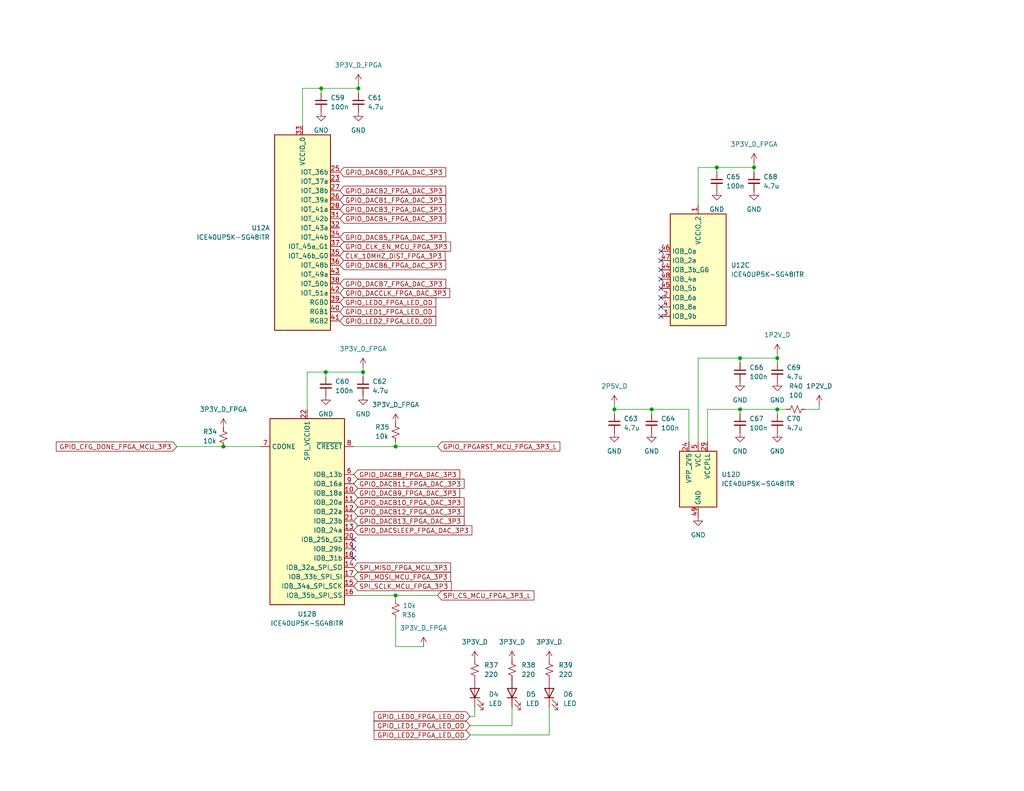
<source format=kicad_sch>
(kicad_sch (version 20231120) (generator "eeschema") (generator_version "8.0")
  (paper "A")
  (title_block (title "ARBITRARY WAVEFORM GENERATOR") (date "2024-09-11") (rev "0.0.1") (company "Tomasz Brzyzek"))
  (lib_symbols
    (symbol "Device:C_Small" (pin_numbers hide) (pin_names (offset 0.254) hide)
      (property "Reference" "C" (at 0.254 1.778 0))
      (property "Value" "C_Small" (at 0.254 -2.032 0))
      (symbol "C_Small_0_1"
        (polyline (pts (xy -1.524 -0.508) (xy 1.524 -0.508)) (stroke (width 0.3302)))
        (polyline (pts (xy -1.524 0.508) (xy 1.524 0.508)) (stroke (width 0.3048)))
      )
      (symbol "C_Small_1_1"
        (pin passive line (at 0 2.54 270) (length 2.032) (name "~") (number "1"))
        (pin passive line (at 0 -2.54 90) (length 2.032) (name "~") (number "2"))
      )
    )
    (symbol "Device:LED" (pin_numbers hide) (pin_names (offset 1.016) hide)
      (property "Reference" "D" (at 0 2.54 0))
      (property "Value" "LED" (at 0 -2.54 0))
      (symbol "LED_0_1"
        (polyline (pts (xy -1.27 -1.27) (xy -1.27 1.27)) (stroke (width 0.254)))
        (polyline (pts (xy -1.27 0) (xy 1.27 0)))
        (polyline (pts (xy 1.27 -1.27) (xy 1.27 1.27) (xy -1.27 0) (xy 1.27 -1.27)) (stroke (width 0.254)))
        (polyline (pts (xy -3.048 -0.762) (xy -4.572 -2.286) (xy -3.81 -2.286) (xy -4.572 -2.286) (xy -4.572 -1.524)))
        (polyline (pts (xy -1.778 -0.762) (xy -3.302 -2.286) (xy -2.54 -2.286) (xy -3.302 -2.286) (xy -3.302 -1.524)))
      )
      (symbol "LED_1_1"
        (pin passive line (at -3.81 0 0) (length 2.54) (name "K") (number "1"))
        (pin passive line (at 3.81 0 180) (length 2.54) (name "A") (number "2"))
      )
    )
    (symbol "Device:R_Small_US" (pin_numbers hide) (pin_names (offset 0.254) hide)
      (property "Reference" "R" (at 0.762 0.508 0))
      (property "Value" "R_Small_US" (at 0.762 -1.016 0))
      (symbol "R_Small_US_1_1"
        (polyline (pts (xy 0 0) (xy 1.016 -0.381) (xy 0 -0.762) (xy -1.016 -1.143) (xy 0 -1.524)))
        (polyline (pts (xy 0 1.524) (xy 1.016 1.143) (xy 0 0.762) (xy -1.016 0.381) (xy 0 0)))
        (pin passive line (at 0 2.54 270) (length 1.016) (name "~") (number "1"))
        (pin passive line (at 0 -2.54 90) (length 1.016) (name "~") (number "2"))
      )
    )
    (symbol "FPGA_Lattice:ICE40UP5K-SG48ITR"
      (property "Reference" "U" (at -8.89 -29.21 0))
      (property "Value" "ICE40UP5K-SG48ITR" (at 0 -31.75 0))
      (symbol "ICE40UP5K-SG48ITR_1_1"
        (rectangle (start -7.62 25.4) (end 7.62 -27.94) (stroke (width 0.254)) (fill (type background)))
        (pin bidirectional line (at -10.16 12.7 0) (length 2.54) (name "IOT_37a") (number "23"))
        (pin bidirectional line (at -10.16 15.24 0) (length 2.54) (name "IOT_36b") (number "25"))
        (pin bidirectional line (at -10.16 7.62 0) (length 2.54) (name "IOT_39a") (number "26"))
        (pin bidirectional line (at -10.16 10.16 0) (length 2.54) (name "IOT_38b") (number "27"))
        (pin bidirectional line (at -10.16 5.08 0) (length 2.54) (name "IOT_41a") (number "28"))
        (pin bidirectional line (at -10.16 2.54 0) (length 2.54) (name "IOT_42b") (number "31"))
        (pin bidirectional line (at -10.16 0 0) (length 2.54) (name "IOT_43a") (number "32"))
        (pin power_in line (at 0 27.94 270) (length 2.54) (name "VCCIO_0") (number "33"))
        (pin bidirectional line (at -10.16 -2.54 0) (length 2.54) (name "IOT_44b") (number "34"))
        (pin bidirectional line (at -10.16 -7.62 0) (length 2.54) (name "IOT_46b_G0") (number "35"))
        (pin bidirectional line (at -10.16 -10.16 0) (length 2.54) (name "IOT_48b") (number "36"))
        (pin bidirectional line (at -10.16 -5.08 0) (length 2.54) (name "IOT_45a_G1") (number "37"))
        (pin bidirectional line (at -10.16 -15.24 0) (length 2.54) (name "IOT_50b") (number "38"))
        (pin open_collector line (at -10.16 -20.32 0) (length 2.54) (name "RGB0") (number "39"))
        (pin open_collector line (at -10.16 -22.86 0) (length 2.54) (name "RGB1") (number "40"))
        (pin open_collector line (at -10.16 -25.4 0) (length 2.54) (name "RGB2") (number "41"))
        (pin bidirectional line (at -10.16 -17.78 0) (length 2.54) (name "IOT_51a") (number "42"))
        (pin bidirectional line (at -10.16 -12.7 0) (length 2.54) (name "IOT_49a") (number "43"))
      )
      (symbol "ICE40UP5K-SG48ITR_2_1"
        (rectangle (start -10.16 25.4) (end 10.16 -25.4) (stroke (width 0.254)) (fill (type background)))
        (pin bidirectional line (at -12.7 5.08 0) (length 2.54) (name "IOB_18a") (number "10"))
        (pin bidirectional line (at -12.7 2.54 0) (length 2.54) (name "IOB_20a") (number "11"))
        (pin bidirectional line (at -12.7 0 0) (length 2.54) (name "IOB_22a") (number "12"))
        (pin bidirectional line (at -12.7 -5.08 0) (length 2.54) (name "IOB_24a") (number "13"))
        (pin bidirectional line (at -12.7 -15.24 0) (length 2.54) (name "IOB_32a_SPI_SO") (number "14"))
        (pin bidirectional line (at -12.7 -20.32 0) (length 2.54) (name "IOB_34a_SPI_SCK") (number "15"))
        (pin bidirectional line (at -12.7 -22.86 0) (length 2.54) (name "IOB_35b_SPI_SS") (number "16"))
        (pin bidirectional line (at -12.7 -17.78 0) (length 2.54) (name "IOB_33b_SPI_SI") (number "17"))
        (pin bidirectional line (at -12.7 -12.7 0) (length 2.54) (name "IOB_31b") (number "18"))
        (pin bidirectional line (at -12.7 -10.16 0) (length 2.54) (name "IOB_29b") (number "19"))
        (pin bidirectional line (at -12.7 -7.62 0) (length 2.54) (name "IOB_25b_G3") (number "20"))
        (pin bidirectional line (at -12.7 -2.54 0) (length 2.54) (name "IOB_23b") (number "21"))
        (pin power_in line (at 0 27.94 270) (length 2.54) (name "SPI_VCCIO1") (number "22"))
        (pin bidirectional line (at -12.7 10.16 0) (length 2.54) (name "IOB_13b") (number "6"))
        (pin open_collector line (at 12.7 17.78 180) (length 2.54) (name "CDONE") (number "7"))
        (pin input line (at -12.7 17.78 0) (length 2.54) (name "~{CRESET}") (number "8"))
        (pin bidirectional line (at -12.7 7.62 0) (length 2.54) (name "IOB_16a") (number "9"))
      )
      (symbol "ICE40UP5K-SG48ITR_3_1"
        (rectangle (start -7.62 15.24) (end 7.62 -15.24) (stroke (width 0.254)) (fill (type background)))
        (pin power_in line (at 0 17.78 270) (length 2.54) (name "VCCIO_2") (number "1"))
        (pin bidirectional line (at -10.16 -7.62 0) (length 2.54) (name "IOB_6a") (number "2"))
        (pin bidirectional line (at -10.16 -12.7 0) (length 2.54) (name "IOB_9b") (number "3"))
        (pin bidirectional line (at -10.16 -10.16 0) (length 2.54) (name "IOB_8a") (number "4"))
        (pin bidirectional line (at -10.16 0 0) (length 2.54) (name "IOB_3b_G6") (number "44"))
        (pin bidirectional line (at -10.16 -5.08 0) (length 2.54) (name "IOB_5b") (number "45"))
        (pin bidirectional line (at -10.16 5.08 0) (length 2.54) (name "IOB_0a") (number "46"))
        (pin bidirectional line (at -10.16 2.54 0) (length 2.54) (name "IOB_2a") (number "47"))
        (pin bidirectional line (at -10.16 -2.54 0) (length 2.54) (name "IOB_4a") (number "48"))
      )
      (symbol "ICE40UP5K-SG48ITR_4_1"
        (rectangle (start -5.08 7.62) (end 5.08 -7.62) (stroke (width 0.254)) (fill (type background)))
        (pin power_in line (at -2.54 10.16 270) (length 2.54) (name "VPP_2V5") (number "24"))
        (pin power_out line (at 2.54 10.16 270) (length 2.54) (name "VCCPLL") (number "29"))
        (pin passive line (at 0 10.16 270) (length 2.54) hide (name "VCC") (number "30"))
        (pin power_in line (at 0 -10.16 90) (length 2.54) (name "GND") (number "49"))
        (pin power_in line (at 0 10.16 270) (length 2.54) (name "VCC") (number "5"))
      )
    )
    (symbol "power:+1V2" (power) (pin_numbers hide) (pin_names (offset 0) hide)
      (property "Value" "+1V2" (at 0 3.556 0))
      (symbol "+1V2_0_1"
        (polyline (pts (xy -0.762 1.27) (xy 0 2.54)))
        (polyline (pts (xy 0 0) (xy 0 2.54)))
        (polyline (pts (xy 0 2.54) (xy 0.762 1.27)))
      )
      (symbol "+1V2_1_1"
        (pin power_in line (at 0 0 90) (length 0) (name "~") (number "1"))
      )
    )
    (symbol "power:+2V5" (power) (pin_numbers hide) (pin_names (offset 0) hide)
      (property "Value" "+2V5" (at 0 3.556 0))
      (symbol "+2V5_0_1"
        (polyline (pts (xy -0.762 1.27) (xy 0 2.54)))
        (polyline (pts (xy 0 0) (xy 0 2.54)))
        (polyline (pts (xy 0 2.54) (xy 0.762 1.27)))
      )
      (symbol "+2V5_1_1"
        (pin power_in line (at 0 0 90) (length 0) (name "~") (number "1"))
      )
    )
    (symbol "power:+3V3" (power) (pin_numbers hide) (pin_names (offset 0) hide)
      (property "Value" "+3V3" (at 0 3.556 0))
      (symbol "+3V3_0_1"
        (polyline (pts (xy -0.762 1.27) (xy 0 2.54)))
        (polyline (pts (xy 0 0) (xy 0 2.54)))
        (polyline (pts (xy 0 2.54) (xy 0.762 1.27)))
      )
      (symbol "+3V3_1_1"
        (pin power_in line (at 0 0 90) (length 0) (name "~") (number "1"))
      )
    )
    (symbol "power:GND" (power) (pin_numbers hide) (pin_names (offset 0) hide)
      (property "Value" "GND" (at 0 -3.81 0))
      (symbol "GND_0_1"
        (polyline (pts (xy 0 0) (xy 0 -1.27) (xy 1.27 -1.27) (xy 0 -2.54) (xy -1.27 -1.27) (xy 0 -1.27)))
      )
      (symbol "GND_1_1"
        (pin power_in line (at 0 0 270) (length 0) (name "~") (number "1"))
      )
    )
  )
  (junction (at 195.58 45.72))
  (junction (at 88.9 101.6))
  (junction (at 177.8 111.76))
  (junction (at 107.95 162.56))
  (junction (at 167.64 111.76))
  (junction (at 107.95 121.92))
  (junction (at 212.09 97.79))
  (junction (at 212.09 111.76))
  (junction (at 201.93 97.79))
  (junction (at 97.79 24.13))
  (junction (at 205.74 45.72))
  (junction (at 60.96 121.92))
  (junction (at 99.06 101.6))
  (junction (at 87.63 24.13))
  (junction (at 201.93 111.76))
  (no_connect (at 96.52 147.32))
  (no_connect (at 180.34 71.12))
  (no_connect (at 180.34 86.36))
  (no_connect (at 96.52 152.4))
  (no_connect (at 180.34 83.82))
  (no_connect (at 180.34 68.58))
  (no_connect (at 180.34 76.2))
  (no_connect (at 96.52 149.86))
  (no_connect (at 180.34 73.66))
  (no_connect (at 180.34 78.74))
  (no_connect (at 180.34 81.28))
  (wire (pts (xy 129.54 195.58) (xy 129.54 193.04)))
  (wire (pts (xy 167.64 111.76) (xy 177.8 111.76)))
  (wire (pts (xy 212.09 111.76) (xy 212.09 113.03)))
  (wire (pts (xy 201.93 111.76) (xy 201.93 113.03)))
  (wire (pts (xy 212.09 97.79) (xy 212.09 99.06)))
  (wire (pts (xy 107.95 120.65) (xy 107.95 121.92)))
  (wire (pts (xy 187.96 111.76) (xy 177.8 111.76)))
  (wire (pts (xy 187.96 111.76) (xy 187.96 120.65)))
  (wire (pts (xy 128.27 200.66) (xy 149.86 200.66)))
  (wire (pts (xy 223.52 110.49) (xy 223.52 111.76)))
  (wire (pts (xy 99.06 101.6) (xy 99.06 102.87)))
  (wire (pts (xy 107.95 162.56) (xy 119.38 162.56)))
  (wire (pts (xy 201.93 97.79) (xy 201.93 99.06)))
  (wire (pts (xy 190.5 97.79) (xy 201.93 97.79)))
  (wire (pts (xy 205.74 44.45) (xy 205.74 45.72)))
  (wire (pts (xy 201.93 111.76) (xy 193.04 111.76)))
  (wire (pts (xy 97.79 22.86) (xy 97.79 24.13)))
  (wire (pts (xy 128.27 195.58) (xy 129.54 195.58)))
  (wire (pts (xy 214.63 111.76) (xy 212.09 111.76)))
  (wire (pts (xy 212.09 96.52) (xy 212.09 97.79)))
  (wire (pts (xy 82.55 24.13) (xy 82.55 34.29)))
  (wire (pts (xy 195.58 46.99) (xy 195.58 45.72)))
  (wire (pts (xy 107.95 162.56) (xy 107.95 163.83)))
  (wire (pts (xy 88.9 101.6) (xy 83.82 101.6)))
  (wire (pts (xy 96.52 162.56) (xy 107.95 162.56)))
  (wire (pts (xy 205.74 45.72) (xy 205.74 46.99)))
  (wire (pts (xy 87.63 24.13) (xy 82.55 24.13)))
  (wire (pts (xy 195.58 45.72) (xy 205.74 45.72)))
  (wire (pts (xy 88.9 101.6) (xy 99.06 101.6)))
  (wire (pts (xy 177.8 111.76) (xy 177.8 113.03)))
  (wire (pts (xy 193.04 111.76) (xy 193.04 120.65)))
  (wire (pts (xy 87.63 24.13) (xy 97.79 24.13)))
  (wire (pts (xy 195.58 45.72) (xy 190.5 45.72)))
  (wire (pts (xy 167.64 110.49) (xy 167.64 111.76)))
  (wire (pts (xy 190.5 120.65) (xy 190.5 97.79)))
  (wire (pts (xy 115.57 176.53) (xy 107.95 176.53)))
  (wire (pts (xy 223.52 111.76) (xy 219.71 111.76)))
  (wire (pts (xy 60.96 121.92) (xy 71.12 121.92)))
  (wire (pts (xy 107.95 121.92) (xy 96.52 121.92)))
  (wire (pts (xy 83.82 101.6) (xy 83.82 111.76)))
  (wire (pts (xy 97.79 24.13) (xy 97.79 25.4)))
  (wire (pts (xy 128.27 198.12) (xy 139.7 198.12)))
  (wire (pts (xy 139.7 198.12) (xy 139.7 193.04)))
  (wire (pts (xy 212.09 97.79) (xy 201.93 97.79)))
  (wire (pts (xy 87.63 25.4) (xy 87.63 24.13)))
  (wire (pts (xy 167.64 111.76) (xy 167.64 113.03)))
  (wire (pts (xy 99.06 100.33) (xy 99.06 101.6)))
  (wire (pts (xy 190.5 45.72) (xy 190.5 55.88)))
  (wire (pts (xy 149.86 193.04) (xy 149.86 200.66)))
  (wire (pts (xy 212.09 111.76) (xy 201.93 111.76)))
  (wire (pts (xy 48.26 121.92) (xy 60.96 121.92)))
  (wire (pts (xy 107.95 176.53) (xy 107.95 168.91)))
  (wire (pts (xy 107.95 121.92) (xy 119.38 121.92)))
  (wire (pts (xy 88.9 102.87) (xy 88.9 101.6)))
  (global_label "GPIO_LED1_FPGA_LED_OD" (shape input) (at 128.27 198.12 180) (property "Intersheetrefs" "${INTERSHEET_REFS}" (effects (hide yes))))
  (global_label "GPIO_CLK_EN_MCU_FPGA_3P3" (shape input) (at 92.71 67.31 0) (property "Intersheetrefs" "${INTERSHEET_REFS}" (effects (hide yes))))
  (global_label "SPI_MISO_FPGA_MCU_3P3" (shape input) (at 96.52 154.94 0) (property "Intersheetrefs" "${INTERSHEET_REFS}" (effects (hide yes))))
  (global_label "GPIO_DACB5_FPGA_DAC_3P3" (shape input) (at 92.71 64.77 0) (property "Intersheetrefs" "${INTERSHEET_REFS}" (effects (hide yes))))
  (global_label "GPIO_DACB8_FPGA_DAC_3P3" (shape input) (at 96.52 129.54 0) (property "Intersheetrefs" "${INTERSHEET_REFS}" (effects (hide yes))))
  (global_label "GPIO_FPGARST_MCU_FPGA_3P3_L" (shape input) (at 119.38 121.92 0) (property "Intersheetrefs" "${INTERSHEET_REFS}" (effects (hide yes))))
  (global_label "GPIO_LED2_FPGA_LED_OD" (shape input) (at 128.27 200.66 180) (property "Intersheetrefs" "${INTERSHEET_REFS}" (effects (hide yes))))
  (global_label "GPIO_DACB3_FPGA_DAC_3P3" (shape input) (at 92.71 57.15 0) (property "Intersheetrefs" "${INTERSHEET_REFS}" (effects (hide yes))))
  (global_label "GPIO_DACB12_FPGA_DAC_3P3" (shape input) (at 96.52 139.7 0) (property "Intersheetrefs" "${INTERSHEET_REFS}" (effects (hide yes))))
  (global_label "GPIO_DACB13_FPGA_DAC_3P3" (shape input) (at 96.52 142.24 0) (property "Intersheetrefs" "${INTERSHEET_REFS}" (effects (hide yes))))
  (global_label "GPIO_LED2_FPGA_LED_OD" (shape input) (at 92.71 87.63 0) (property "Intersheetrefs" "${INTERSHEET_REFS}" (effects (hide yes))))
  (global_label "GPIO_DACB11_FPGA_DAC_3P3" (shape input) (at 96.52 132.08 0) (property "Intersheetrefs" "${INTERSHEET_REFS}" (effects (hide yes))))
  (global_label "CLK_10MHZ_DIST_FPGA_3P3" (shape input) (at 92.71 69.85 0) (property "Intersheetrefs" "${INTERSHEET_REFS}" (effects (hide yes))))
  (global_label "GPIO_DACB1_FPGA_DAC_3P3" (shape input) (at 92.71 54.61 0) (property "Intersheetrefs" "${INTERSHEET_REFS}" (effects (hide yes))))
  (global_label "GPIO_LED1_FPGA_LED_OD" (shape input) (at 92.71 85.09 0) (property "Intersheetrefs" "${INTERSHEET_REFS}" (effects (hide yes))))
  (global_label "GPIO_DACSLEEP_FPGA_DAC_3P3" (shape input) (at 96.52 144.78 0) (property "Intersheetrefs" "${INTERSHEET_REFS}" (effects (hide yes))))
  (global_label "SPI_MOSI_MCU_FPGA_3P3" (shape input) (at 96.52 157.48 0) (property "Intersheetrefs" "${INTERSHEET_REFS}" (effects (hide yes))))
  (global_label "GPIO_DACB0_FPGA_DAC_3P3" (shape input) (at 92.71 46.99 0) (property "Intersheetrefs" "${INTERSHEET_REFS}" (effects (hide yes))))
  (global_label "SPI_CS_MCU_FPGA_3P3_L" (shape input) (at 119.38 162.56 0) (property "Intersheetrefs" "${INTERSHEET_REFS}" (effects (hide yes))))
  (global_label "GPIO_DACB9_FPGA_DAC_3P3" (shape input) (at 96.52 134.62 0) (property "Intersheetrefs" "${INTERSHEET_REFS}" (effects (hide yes))))
  (global_label "GPIO_DACB10_FPGA_DAC_3P3" (shape input) (at 96.52 137.16 0) (property "Intersheetrefs" "${INTERSHEET_REFS}" (effects (hide yes))))
  (global_label "GPIO_CFG_DONE_FPGA_MCU_3P3" (shape input) (at 48.26 121.92 180) (property "Intersheetrefs" "${INTERSHEET_REFS}" (effects (hide yes))))
  (global_label "SPI_SCLK_MCU_FPGA_3P3" (shape input) (at 96.52 160.02 0) (property "Intersheetrefs" "${INTERSHEET_REFS}" (effects (hide yes))))
  (global_label "GPIO_DACB2_FPGA_DAC_3P3" (shape input) (at 92.71 52.07 0) (property "Intersheetrefs" "${INTERSHEET_REFS}" (effects (hide yes))))
  (global_label "GPIO_LED0_FPGA_LED_OD" (shape input) (at 128.27 195.58 180) (property "Intersheetrefs" "${INTERSHEET_REFS}" (effects (hide yes))))
  (global_label "GPIO_DACB6_FPGA_DAC_3P3" (shape input) (at 92.71 72.39 0) (property "Intersheetrefs" "${INTERSHEET_REFS}" (effects (hide yes))))
  (global_label "GPIO_LED0_FPGA_LED_OD" (shape input) (at 92.71 82.55 0) (property "Intersheetrefs" "${INTERSHEET_REFS}" (effects (hide yes))))
  (global_label "GPIO_DACB4_FPGA_DAC_3P3" (shape input) (at 92.71 59.69 0) (property "Intersheetrefs" "${INTERSHEET_REFS}" (effects (hide yes))))
  (global_label "GPIO_DACCLK_FPGA_DAC_3P3" (shape input) (at 92.71 80.01 0) (property "Intersheetrefs" "${INTERSHEET_REFS}" (effects (hide yes))))
  (global_label "GPIO_DACB7_FPGA_DAC_3P3" (shape input) (at 92.71 77.47 0) (property "Intersheetrefs" "${INTERSHEET_REFS}" (effects (hide yes))))
  (symbol (lib_id "Device:C_Small") (at 177.8 115.57 0) (unit 1)
    (property "Reference" "C64" (at 180.34 114.3062 0) (effects (justify left)))
    (property "Value" "100n" (at 180.34 116.8462 0) (effects (justify left)))
    (property "Footprint" "Capacitor_SMD:C_0603_1608Metric" (effects (hide yes)))
    (property "Description" "Unpolarized capacitor, small symbol" (effects (hide yes)))
    (property "LCSC" "C24452" (effects (hide yes)))
    (property "Part Number" "CL10B104JB8NNNC" (effects (hide yes)))
  )
  (symbol (lib_id "Device:C_Small") (at 212.09 101.6 0) (unit 1)
    (property "Reference" "C69" (at 214.63 100.3362 0) (effects (justify left)))
    (property "Value" "4.7u" (at 214.63 102.8762 0) (effects (justify left)))
    (property "Footprint" "Capacitor_SMD:C_0603_1608Metric" (effects (hide yes)))
    (property "Description" "Unpolarized capacitor, small symbol" (effects (hide yes)))
    (property "LCSC" "C1705" (effects (hide yes)))
    (property "Part Number" "CL10A475KP8NNNC" (effects (hide yes)))
  )
  (symbol (lib_id "power:GND") (at 190.5 140.97 0) (unit 1)
    (property "Reference" "#PWR0157" (effects (hide yes)))
    (property "Value" "GND" (at 190.5 146.05 0))
    (property "Description" "Power symbol creates a global label with name \"GND\" , ground" (effects (hide yes)))
  )
  (symbol (lib_id "Device:R_Small_US") (at 60.96 119.38 180) (unit 1)
    (property "Reference" "R34" (at 55.372 117.856 0) (effects (justify right)))
    (property "Value" "10k" (at 55.372 120.396 0) (effects (justify right)))
    (property "Footprint" "Resistor_SMD:R_0603_1608Metric" (effects (hide yes)))
    (property "Description" "Resistor, small US symbol" (effects (hide yes)))
    (property "Part Number" "0603WAF1002T5E" (effects (hide yes)))
    (property "LCSC" "C25804" (effects (hide yes)))
  )
  (symbol (lib_id "FPGA_Lattice:ICE40UP5K-SG48ITR") (at 82.55 62.23 0) (mirror y) (unit 1)
    (property "Reference" "U12" (at 73.66 62.2299 0) (effects (justify left)))
    (property "Value" "ICE40UP5K-SG48ITR" (at 73.66 64.7699 0) (effects (justify left)))
    (property "Footprint" "Package_DFN_QFN:QFN-48-1EP_7x7mm_P0.5mm_EP5.6x5.6mm" (effects (hide yes)))
    (property "Datasheet" "http://www.latticesemi.com/Products/FPGAandCPLD/iCE40Ultra" (effects (hide yes)))
    (property "Description" "iCE40 UltraPlus FPGA, 5280 LUTs, 1.2V, 48-pin QFN" (effects (hide yes)))
    (property "LCSC" " C2678152" (effects (hide yes)))
    (property "Part Number" "ICE40UP5K-SG48I" (effects (hide yes)))
  )
  (symbol (lib_id "FPGA_Lattice:ICE40UP5K-SG48ITR") (at 190.5 73.66 0) (unit 3)
    (property "Reference" "U12" (at 199.39 72.3899 0) (effects (justify left)))
    (property "Value" "ICE40UP5K-SG48ITR" (at 199.39 74.9299 0) (effects (justify left)))
    (property "Footprint" "Package_DFN_QFN:QFN-48-1EP_7x7mm_P0.5mm_EP5.6x5.6mm" (effects (hide yes)))
    (property "Datasheet" "http://www.latticesemi.com/Products/FPGAandCPLD/iCE40Ultra" (effects (hide yes)))
    (property "Description" "iCE40 UltraPlus FPGA, 5280 LUTs, 1.2V, 48-pin QFN" (effects (hide yes)))
    (property "LCSC" " C2678152" (effects (hide yes)))
    (property "Part Number" "ICE40UP5K-SG48I" (effects (hide yes)))
  )
  (symbol (lib_id "Device:C_Small") (at 201.93 101.6 0) (unit 1)
    (property "Reference" "C66" (at 204.47 100.3362 0) (effects (justify left)))
    (property "Value" "100n" (at 204.47 102.8762 0) (effects (justify left)))
    (property "Footprint" "Capacitor_SMD:C_0603_1608Metric" (effects (hide yes)))
    (property "Description" "Unpolarized capacitor, small symbol" (effects (hide yes)))
    (property "LCSC" "C24452" (effects (hide yes)))
    (property "Part Number" "CL10B104JB8NNNC" (effects (hide yes)))
  )
  (symbol (lib_id "power:+3V3") (at 139.7 180.34 0) (unit 1)
    (property "Reference" "#PWR0152" (effects (hide yes)))
    (property "Value" "3P3V_D" (at 139.7 175.26 0))
    (property "Description" "Power symbol creates a global label with name \"+3V3\"" (effects (hide yes)))
  )
  (symbol (lib_id "Device:R_Small_US") (at 129.54 182.88 0) (unit 1)
    (property "Reference" "R37" (at 132.08 181.6099 0) (effects (justify left)))
    (property "Value" "220" (at 132.08 184.1499 0) (effects (justify left)))
    (property "Footprint" "Resistor_SMD:R_0603_1608Metric" (effects (hide yes)))
    (property "Description" "Resistor, small US symbol" (effects (hide yes)))
    (property "Part Number" "0603WAF2200T5E" (effects (hide yes)))
    (property "LCSC" "C22962" (effects (hide yes)))
  )
  (symbol (lib_id "Device:R_Small_US") (at 107.95 166.37 0) (unit 1)
    (property "Reference" "R36" (at 113.538 167.894 0) (effects (justify right)))
    (property "Value" "10k" (at 113.538 165.354 0) (effects (justify right)))
    (property "Footprint" "Resistor_SMD:R_0603_1608Metric" (effects (hide yes)))
    (property "Description" "Resistor, small US symbol" (effects (hide yes)))
    (property "Part Number" "0603WAF1002T5E" (effects (hide yes)))
    (property "LCSC" "C25804" (effects (hide yes)))
  )
  (symbol (lib_id "FPGA_Lattice:ICE40UP5K-SG48ITR") (at 83.82 139.7 0) (mirror y) (unit 2)
    (property "Reference" "U12" (at 83.82 167.64 0))
    (property "Value" "ICE40UP5K-SG48ITR" (at 83.82 170.18 0))
    (property "Footprint" "Package_DFN_QFN:QFN-48-1EP_7x7mm_P0.5mm_EP5.6x5.6mm" (effects (hide yes)))
    (property "Datasheet" "http://www.latticesemi.com/Products/FPGAandCPLD/iCE40Ultra" (effects (hide yes)))
    (property "Description" "iCE40 UltraPlus FPGA, 5280 LUTs, 1.2V, 48-pin QFN" (effects (hide yes)))
    (property "LCSC" " C2678152" (effects (hide yes)))
    (property "Part Number" "ICE40UP5K-SG48I" (effects (hide yes)))
  )
  (symbol (lib_id "Device:C_Small") (at 97.79 27.94 0) (unit 1)
    (property "Reference" "C61" (at 100.33 26.6762 0) (effects (justify left)))
    (property "Value" "4.7u" (at 100.33 29.2162 0) (effects (justify left)))
    (property "Footprint" "Capacitor_SMD:C_0603_1608Metric" (effects (hide yes)))
    (property "Description" "Unpolarized capacitor, small symbol" (effects (hide yes)))
    (property "LCSC" "C1705" (effects (hide yes)))
    (property "Part Number" "CL10A475KP8NNNC" (effects (hide yes)))
  )
  (symbol (lib_id "Device:LED") (at 139.7 189.23 90) (unit 1)
    (property "Reference" "D5" (at 143.51 189.5475 90) (effects (justify right)))
    (property "Value" "LED" (at 143.51 192.0875 90) (effects (justify right)))
    (property "Footprint" "LED_SMD:LED_1206_3216Metric" (effects (hide yes)))
    (property "Description" "Light emitting diode" (effects (hide yes)))
    (property "Part Number" "F.1206.00003/P2-1206R1TS2-09T-001" (effects (hide yes)))
    (property "LCSC" "C7496845" (effects (hide yes)))
  )
  (symbol (lib_id "Device:LED") (at 129.54 189.23 90) (unit 1)
    (property "Reference" "D4" (at 133.35 189.5475 90) (effects (justify right)))
    (property "Value" "LED" (at 133.35 192.0875 90) (effects (justify right)))
    (property "Footprint" "LED_SMD:LED_1206_3216Metric" (effects (hide yes)))
    (property "Description" "Light emitting diode" (effects (hide yes)))
    (property "Part Number" "F.1206.00003/P2-1206R1TS2-09T-001" (effects (hide yes)))
    (property "LCSC" "C7496845" (effects (hide yes)))
  )
  (symbol (lib_id "Device:C_Small") (at 195.58 49.53 0) (unit 1)
    (property "Reference" "C65" (at 198.12 48.2662 0) (effects (justify left)))
    (property "Value" "100n" (at 198.12 50.8062 0) (effects (justify left)))
    (property "Footprint" "Capacitor_SMD:C_0603_1608Metric" (effects (hide yes)))
    (property "Description" "Unpolarized capacitor, small symbol" (effects (hide yes)))
    (property "LCSC" "C24452" (effects (hide yes)))
    (property "Part Number" "CL10B104JB8NNNC" (effects (hide yes)))
  )
  (symbol (lib_id "power:GND") (at 212.09 104.14 0) (unit 1)
    (property "Reference" "#PWR0164" (effects (hide yes)))
    (property "Value" "GND" (at 212.09 109.22 0))
    (property "Description" "Power symbol creates a global label with name \"GND\" , ground" (effects (hide yes)))
  )
  (symbol (lib_id "power:+3V3") (at 107.95 115.57 0) (unit 1)
    (property "Reference" "#PWR0149" (effects (hide yes)))
    (property "Value" "3P3V_D_FPGA" (at 107.95 110.49 0))
    (property "Description" "Power symbol creates a global label with name \"+3V3\"" (effects (hide yes)))
  )
  (symbol (lib_id "power:+3V3") (at 60.96 116.84 0) (unit 1)
    (property "Reference" "#PWR0142" (effects (hide yes)))
    (property "Value" "3P3V_D_FPGA" (at 60.96 111.76 0))
    (property "Description" "Power symbol creates a global label with name \"+3V3\"" (effects (hide yes)))
  )
  (symbol (lib_id "Device:C_Small") (at 167.64 115.57 0) (unit 1)
    (property "Reference" "C63" (at 170.18 114.3062 0) (effects (justify left)))
    (property "Value" "4.7u" (at 170.18 116.8462 0) (effects (justify left)))
    (property "Footprint" "Capacitor_SMD:C_0603_1608Metric" (effects (hide yes)))
    (property "Description" "Unpolarized capacitor, small symbol" (effects (hide yes)))
    (property "LCSC" "C1705" (effects (hide yes)))
    (property "Part Number" "CL10A475KP8NNNC" (effects (hide yes)))
  )
  (symbol (lib_id "power:GND") (at 201.93 104.14 0) (unit 1)
    (property "Reference" "#PWR0159" (effects (hide yes)))
    (property "Value" "GND" (at 201.93 109.22 0))
    (property "Description" "Power symbol creates a global label with name \"GND\" , ground" (effects (hide yes)))
  )
  (symbol (lib_id "Device:R_Small_US") (at 217.17 111.76 270) (unit 1)
    (property "Reference" "R40" (at 217.17 105.41 90))
    (property "Value" "100" (at 217.17 107.95 90))
    (property "Footprint" "Resistor_SMD:R_0603_1608Metric" (effects (hide yes)))
    (property "Description" "Resistor, small US symbol" (effects (hide yes)))
    (property "LCSC" " C105588" (effects (hide yes)))
    (property "Part Number" "RC0603FR-07100RL" (effects (hide yes)))
  )
  (symbol (lib_id "Device:C_Small") (at 87.63 27.94 0) (unit 1)
    (property "Reference" "C59" (at 90.17 26.6762 0) (effects (justify left)))
    (property "Value" "100n" (at 90.17 29.2162 0) (effects (justify left)))
    (property "Footprint" "Capacitor_SMD:C_0603_1608Metric" (effects (hide yes)))
    (property "Description" "Unpolarized capacitor, small symbol" (effects (hide yes)))
    (property "LCSC" "C24452" (effects (hide yes)))
    (property "Part Number" "CL10B104JB8NNNC" (effects (hide yes)))
  )
  (symbol (lib_id "power:+2V5") (at 167.64 110.49 0) (unit 1)
    (property "Reference" "#PWR0154" (effects (hide yes)))
    (property "Value" "2P5V_D" (at 167.64 105.41 0))
    (property "Description" "Power symbol creates a global label with name \"+2V5\"" (effects (hide yes)))
  )
  (symbol (lib_id "power:GND") (at 212.09 118.11 0) (unit 1)
    (property "Reference" "#PWR0165" (effects (hide yes)))
    (property "Value" "GND" (at 212.09 123.19 0))
    (property "Description" "Power symbol creates a global label with name \"GND\" , ground" (effects (hide yes)))
  )
  (symbol (lib_id "Device:C_Small") (at 201.93 115.57 0) (unit 1)
    (property "Reference" "C67" (at 204.47 114.3062 0) (effects (justify left)))
    (property "Value" "100n" (at 204.47 116.8462 0) (effects (justify left)))
    (property "Footprint" "Capacitor_SMD:C_0603_1608Metric" (effects (hide yes)))
    (property "Description" "Unpolarized capacitor, small symbol" (effects (hide yes)))
    (property "LCSC" "C24452" (effects (hide yes)))
    (property "Part Number" "CL10B104JB8NNNC" (effects (hide yes)))
  )
  (symbol (lib_id "power:+3V3") (at 115.57 176.53 0) (unit 1)
    (property "Reference" "#PWR0150" (effects (hide yes)))
    (property "Value" "3P3V_D_FPGA" (at 115.57 171.45 0))
    (property "Description" "Power symbol creates a global label with name \"+3V3\"" (effects (hide yes)))
  )
  (symbol (lib_id "power:+3V3") (at 97.79 22.86 0) (unit 1)
    (property "Reference" "#PWR0145" (effects (hide yes)))
    (property "Value" "3P3V_D_FPGA" (at 97.79 17.78 0))
    (property "Description" "Power symbol creates a global label with name \"+3V3\"" (effects (hide yes)))
  )
  (symbol (lib_id "power:GND") (at 167.64 118.11 0) (mirror y) (unit 1)
    (property "Reference" "#PWR0155" (effects (hide yes)))
    (property "Value" "GND" (at 167.64 123.19 0))
    (property "Description" "Power symbol creates a global label with name \"GND\" , ground" (effects (hide yes)))
  )
  (symbol (lib_id "power:+3V3") (at 205.74 44.45 0) (unit 1)
    (property "Reference" "#PWR0161" (effects (hide yes)))
    (property "Value" "3P3V_D_FPGA" (at 205.74 39.37 0))
    (property "Description" "Power symbol creates a global label with name \"+3V3\"" (effects (hide yes)))
  )
  (symbol (lib_id "power:+1V2") (at 223.52 110.49 0) (unit 1)
    (property "Reference" "#PWR0166" (effects (hide yes)))
    (property "Value" "1P2V_D" (at 223.52 105.41 0))
    (property "Description" "Power symbol creates a global label with name \"+1V2\"" (effects (hide yes)))
  )
  (symbol (lib_id "power:GND") (at 195.58 52.07 0) (unit 1)
    (property "Reference" "#PWR0158" (effects (hide yes)))
    (property "Value" "GND" (at 195.58 57.15 0))
    (property "Description" "Power symbol creates a global label with name \"GND\" , ground" (effects (hide yes)))
  )
  (symbol (lib_id "FPGA_Lattice:ICE40UP5K-SG48ITR") (at 190.5 130.81 0) (unit 4)
    (property "Reference" "U12" (at 196.85 129.5399 0) (effects (justify left)))
    (property "Value" "ICE40UP5K-SG48ITR" (at 196.85 132.0799 0) (effects (justify left)))
    (property "Footprint" "Package_DFN_QFN:QFN-48-1EP_7x7mm_P0.5mm_EP5.6x5.6mm" (effects (hide yes)))
    (property "Datasheet" "http://www.latticesemi.com/Products/FPGAandCPLD/iCE40Ultra" (effects (hide yes)))
    (property "Description" "iCE40 UltraPlus FPGA, 5280 LUTs, 1.2V, 48-pin QFN" (effects (hide yes)))
    (property "LCSC" " C2678152" (effects (hide yes)))
    (property "Part Number" "ICE40UP5K-SG48I" (effects (hide yes)))
  )
  (symbol (lib_id "power:GND") (at 205.74 52.07 0) (unit 1)
    (property "Reference" "#PWR0162" (effects (hide yes)))
    (property "Value" "GND" (at 205.74 57.15 0))
    (property "Description" "Power symbol creates a global label with name \"GND\" , ground" (effects (hide yes)))
  )
  (symbol (lib_id "Device:R_Small_US") (at 139.7 182.88 0) (unit 1)
    (property "Reference" "R38" (at 142.24 181.6099 0) (effects (justify left)))
    (property "Value" "220" (at 142.24 184.1499 0) (effects (justify left)))
    (property "Footprint" "Resistor_SMD:R_0603_1608Metric" (effects (hide yes)))
    (property "Description" "Resistor, small US symbol" (effects (hide yes)))
    (property "Part Number" "0603WAF2200T5E" (effects (hide yes)))
    (property "LCSC" "C22962" (effects (hide yes)))
  )
  (symbol (lib_id "power:GND") (at 97.79 30.48 0) (unit 1)
    (property "Reference" "#PWR0146" (effects (hide yes)))
    (property "Value" "GND" (at 97.79 35.56 0))
    (property "Description" "Power symbol creates a global label with name \"GND\" , ground" (effects (hide yes)))
  )
  (symbol (lib_id "Device:R_Small_US") (at 107.95 118.11 180) (unit 1)
    (property "Reference" "R35" (at 102.362 116.586 0) (effects (justify right)))
    (property "Value" "10k" (at 102.362 119.126 0) (effects (justify right)))
    (property "Footprint" "Resistor_SMD:R_0603_1608Metric" (effects (hide yes)))
    (property "Description" "Resistor, small US symbol" (effects (hide yes)))
    (property "Part Number" "0603WAF1002T5E" (effects (hide yes)))
    (property "LCSC" "C25804" (effects (hide yes)))
  )
  (symbol (lib_id "Device:R_Small_US") (at 149.86 182.88 0) (unit 1)
    (property "Reference" "R39" (at 152.4 181.6099 0) (effects (justify left)))
    (property "Value" "220" (at 152.4 184.1499 0) (effects (justify left)))
    (property "Footprint" "Resistor_SMD:R_0603_1608Metric" (effects (hide yes)))
    (property "Description" "Resistor, small US symbol" (effects (hide yes)))
    (property "Part Number" "0603WAF2200T5E" (effects (hide yes)))
    (property "LCSC" "C22962" (effects (hide yes)))
  )
  (symbol (lib_id "power:GND") (at 88.9 107.95 0) (unit 1)
    (property "Reference" "#PWR0144" (effects (hide yes)))
    (property "Value" "GND" (at 88.9 113.03 0))
    (property "Description" "Power symbol creates a global label with name \"GND\" , ground" (effects (hide yes)))
  )
  (symbol (lib_id "power:+3V3") (at 149.86 180.34 0) (unit 1)
    (property "Reference" "#PWR0153" (effects (hide yes)))
    (property "Value" "3P3V_D" (at 149.86 175.26 0))
    (property "Description" "Power symbol creates a global label with name \"+3V3\"" (effects (hide yes)))
  )
  (symbol (lib_id "power:GND") (at 87.63 30.48 0) (unit 1)
    (property "Reference" "#PWR0143" (effects (hide yes)))
    (property "Value" "GND" (at 87.63 35.56 0))
    (property "Description" "Power symbol creates a global label with name \"GND\" , ground" (effects (hide yes)))
  )
  (symbol (lib_id "power:+3V3") (at 129.54 180.34 0) (unit 1)
    (property "Reference" "#PWR0151" (effects (hide yes)))
    (property "Value" "3P3V_D" (at 129.54 175.26 0))
    (property "Description" "Power symbol creates a global label with name \"+3V3\"" (effects (hide yes)))
  )
  (symbol (lib_id "power:GND") (at 99.06 107.95 0) (unit 1)
    (property "Reference" "#PWR0148" (effects (hide yes)))
    (property "Value" "GND" (at 99.06 113.03 0))
    (property "Description" "Power symbol creates a global label with name \"GND\" , ground" (effects (hide yes)))
  )
  (symbol (lib_id "power:GND") (at 177.8 118.11 0) (mirror y) (unit 1)
    (property "Reference" "#PWR0156" (effects (hide yes)))
    (property "Value" "GND" (at 177.8 123.19 0))
    (property "Description" "Power symbol creates a global label with name \"GND\" , ground" (effects (hide yes)))
  )
  (symbol (lib_id "power:+3V3") (at 99.06 100.33 0) (unit 1)
    (property "Reference" "#PWR0147" (effects (hide yes)))
    (property "Value" "3P3V_D_FPGA" (at 99.06 95.25 0))
    (property "Description" "Power symbol creates a global label with name \"+3V3\"" (effects (hide yes)))
  )
  (symbol (lib_id "Device:C_Small") (at 212.09 115.57 0) (unit 1)
    (property "Reference" "C70" (at 214.63 114.3062 0) (effects (justify left)))
    (property "Value" "4.7u" (at 214.63 116.8462 0) (effects (justify left)))
    (property "Footprint" "Capacitor_SMD:C_0603_1608Metric" (effects (hide yes)))
    (property "Description" "Unpolarized capacitor, small symbol" (effects (hide yes)))
    (property "LCSC" "C1705" (effects (hide yes)))
    (property "Part Number" "CL10A475KP8NNNC" (effects (hide yes)))
  )
  (symbol (lib_id "power:GND") (at 201.93 118.11 0) (unit 1)
    (property "Reference" "#PWR0160" (effects (hide yes)))
    (property "Value" "GND" (at 201.93 123.19 0))
    (property "Description" "Power symbol creates a global label with name \"GND\" , ground" (effects (hide yes)))
  )
  (symbol (lib_id "Device:LED") (at 149.86 189.23 90) (unit 1)
    (property "Reference" "D6" (at 153.67 189.5475 90) (effects (justify right)))
    (property "Value" "LED" (at 153.67 192.0875 90) (effects (justify right)))
    (property "Footprint" "LED_SMD:LED_1206_3216Metric" (effects (hide yes)))
    (property "Description" "Light emitting diode" (effects (hide yes)))
    (property "Part Number" "F.1206.00003/P2-1206R1TS2-09T-001" (effects (hide yes)))
    (property "LCSC" "C7496845" (effects (hide yes)))
  )
  (symbol (lib_id "Device:C_Small") (at 88.9 105.41 0) (unit 1)
    (property "Reference" "C60" (at 91.44 104.1462 0) (effects (justify left)))
    (property "Value" "100n" (at 91.44 106.6862 0) (effects (justify left)))
    (property "Footprint" "Capacitor_SMD:C_0603_1608Metric" (effects (hide yes)))
    (property "Description" "Unpolarized capacitor, small symbol" (effects (hide yes)))
    (property "LCSC" "C24452" (effects (hide yes)))
    (property "Part Number" "CL10B104JB8NNNC" (effects (hide yes)))
  )
  (symbol (lib_id "Device:C_Small") (at 205.74 49.53 0) (unit 1)
    (property "Reference" "C68" (at 208.28 48.2662 0) (effects (justify left)))
    (property "Value" "4.7u" (at 208.28 50.8062 0) (effects (justify left)))
    (property "Footprint" "Capacitor_SMD:C_0603_1608Metric" (effects (hide yes)))
    (property "Description" "Unpolarized capacitor, small symbol" (effects (hide yes)))
    (property "LCSC" "C1705" (effects (hide yes)))
    (property "Part Number" "CL10A475KP8NNNC" (effects (hide yes)))
  )
  (symbol (lib_id "Device:C_Small") (at 99.06 105.41 0) (unit 1)
    (property "Reference" "C62" (at 101.6 104.1462 0) (effects (justify left)))
    (property "Value" "4.7u" (at 101.6 106.6862 0) (effects (justify left)))
    (property "Footprint" "Capacitor_SMD:C_0603_1608Metric" (effects (hide yes)))
    (property "Description" "Unpolarized capacitor, small symbol" (effects (hide yes)))
    (property "LCSC" "C1705" (effects (hide yes)))
    (property "Part Number" "CL10A475KP8NNNC" (effects (hide yes)))
  )
  (symbol (lib_id "power:+1V2") (at 212.09 96.52 0) (unit 1)
    (property "Reference" "#PWR0163" (effects (hide yes)))
    (property "Value" "1P2V_D" (at 212.09 91.44 0))
    (property "Description" "Power symbol creates a global label with name \"+1V2\"" (effects (hide yes)))
  )
)
</source>
